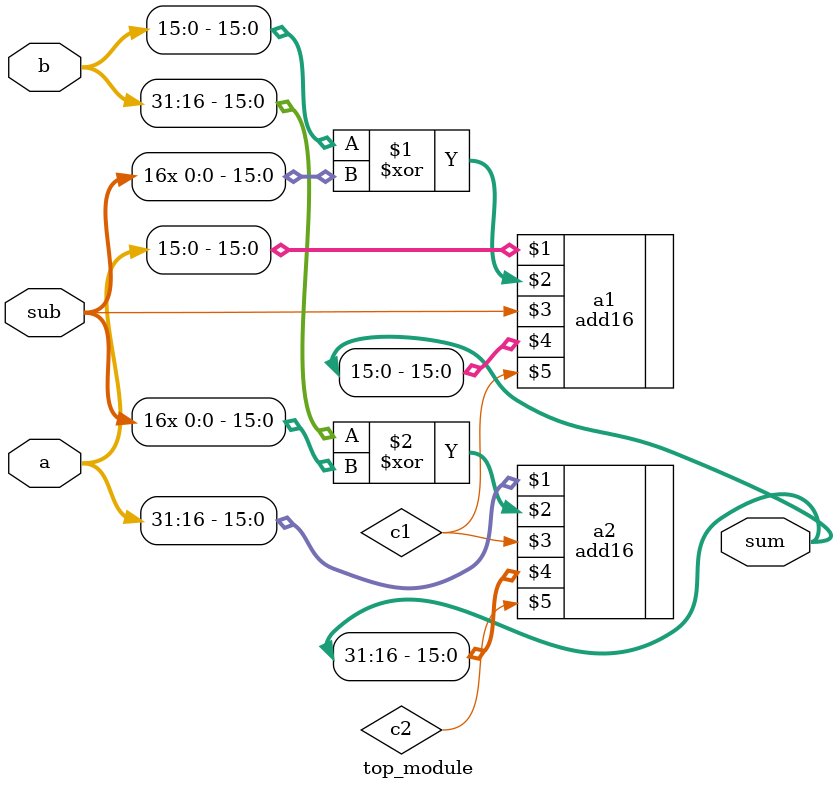
<source format=v>
module top_module(
    input [31:0] a,
    input [31:0] b,
    input sub,
    output [31:0] sum
);

    wire c1, c2;
    add16 a1 (a[15:0], (b[15:0]^{16{sub}}), sub, sum[15:0], c1);
    add16 a2 (a[31:16], (b[31:16]^{16{sub}}), c1, sum[31:16], c2);
    
endmodule

</source>
